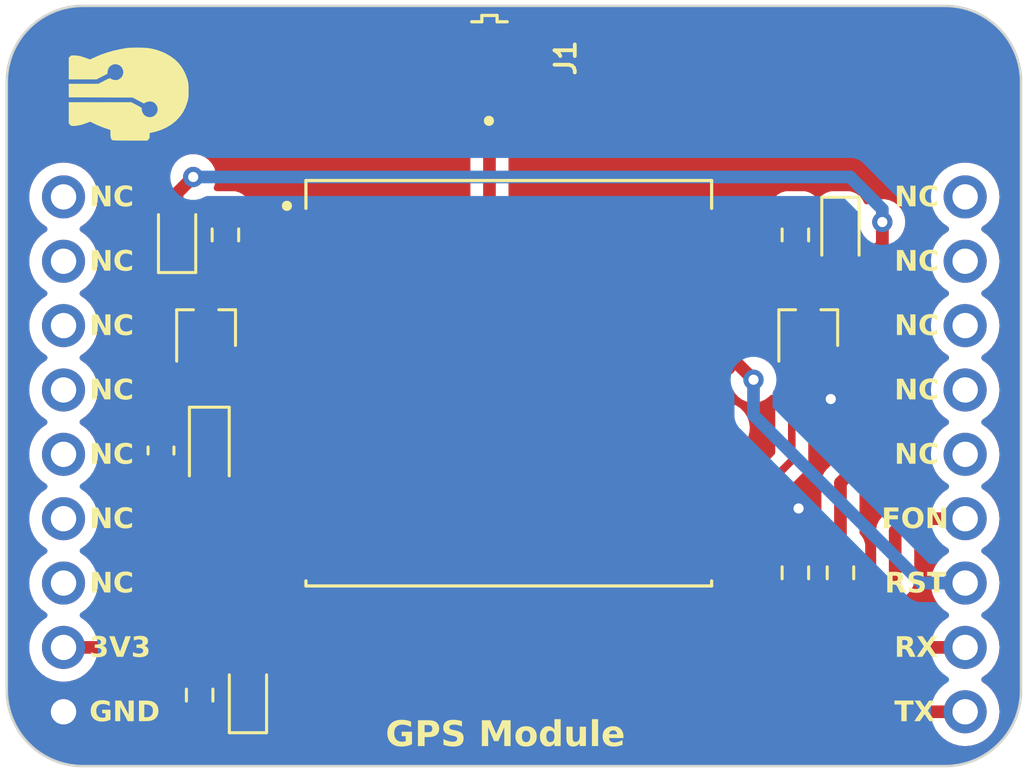
<source format=kicad_pcb>
(kicad_pcb (version 20221018) (generator pcbnew)
  (layers (0 "F.Cu" signal) (31 "B.Cu" signal) (34 "B.Paste" user) (35 "F.Paste" user) (36 "B.SilkS" user "B.Silkscreen") (37 "F.SilkS" user "F.Silkscreen") (38 "B.Mask" user) (39 "F.Mask" user) (44 "Edge.Cuts" user))
  (net 0 "")
  (net 1 "+3V3")
  (net 2 "GND")
  (net 3 "Net-(D1-K)")
  (net 4 "Net-(D2-K)")
  (net 5 "Net-(D3-A)")
  (net 6 "EX_ANT")
  (net 7 "AADET_N")
  (net 8 "Net-(Q1-C)")
  (net 9 "PPS")
  (net 10 "Net-(Q2-C)")
  (net 11 "Net-(U1-FORCE_ON)")
  (net 12 "FORCE_ON")
  (net 13 "RX")
  (net 14 "TX")
  (net 15 "V_BCKP")
  (net 16 "RESET")
  (footprint "Resistor_SMD:R_0603_1608Metric" (layer "F.Cu") (at 89.027 65.659 -90)
    (fp_text reference "R1" hide)
    (fp_text value "1k")
    (fp_line (start -0.237258 -0.5225) (end 0.237258 -0.5225) (stroke (width 0.12)) (layer "F.SilkS"))
    (fp_line (start -0.237258 0.5225) (end 0.237258 0.5225) (stroke (width 0.12)) (layer "F.SilkS"))
    (pad "1" smd roundrect (at -0.825 0 270) (size 0.8 0.95) (layers "F.Cu" "F.Paste" "F.Mask") (net 3 "Net-(D1-K)"))
    (pad "2" smd roundrect (at 0.825 0 270) (size 0.8 0.95) (layers "F.Cu" "F.Paste" "F.Mask") (net 8 "Net-(Q1-C)"))
  )
  (footprint "Resistor_SMD:R_0603_1608Metric" (layer "F.Cu") (at 90.805 78.994 90)
    (fp_text reference "R4" hide)
    (fp_text value "10k")
    (fp_line (start -0.237258 -0.5225) (end 0.237258 -0.5225) (stroke (width 0.12)) (layer "F.SilkS"))
    (fp_line (start -0.237258 0.5225) (end 0.237258 0.5225) (stroke (width 0.12)) (layer "F.SilkS"))
    (pad "1" smd roundrect (at -0.825 0 90) (size 0.8 0.95) (layers "F.Cu" "F.Paste" "F.Mask") (net 12 "FORCE_ON"))
    (pad "2" smd roundrect (at 0.825 0 90) (size 0.8 0.95) (layers "F.Cu" "F.Paste" "F.Mask") (net 1 "+3V3"))
  )
  (footprint "L86:XCVR_L86-M33" (layer "F.Cu") (at 77.724 72.012)
    (fp_text reference "U1" hide)
    (fp_text value "L86-M33" hide)
    (fp_line (start -8 -8.5) (end 8 -8.5) (stroke (width 0.127)) (layer "F.SilkS"))
    (fp_line (start -8 -7.4) (end -8 -8.5) (stroke (width 0.127)) (layer "F.SilkS"))
    (fp_line (start -8 7.3) (end -8 7.5) (stroke (width 0.127)) (layer "F.SilkS"))
    (fp_line (start -8 7.5) (end 8 7.5) (stroke (width 0.127)) (layer "F.SilkS"))
    (fp_line (start 8 -8.5) (end 8 -7.4) (stroke (width 0.127)) (layer "F.SilkS"))
    (fp_line (start 8 7.5) (end 8 7.3) (stroke (width 0.127)) (layer "F.SilkS"))
    (fp_circle (center -8.75 -7.5) (end -8.65 -7.5) (stroke (width 0.2)) (fill none) (layer "F.SilkS"))
    (pad "1" smd oval (at -7.75 -6.35) (size 2.5 1) (layers "F.Cu" "F.Mask") (net 13 "RX"))
    (pad "2" smd oval (at -7.75 -3.81) (size 2.5 1) (layers "F.Cu" "F.Mask") (net 14 "TX"))
    (pad "3" smd oval (at -7.75 -1.27) (size 2.5 1) (layers "F.Cu" "F.Mask") (net 2 "GND"))
    (pad "4" smd oval (at -7.75 1.27) (size 2.5 1) (layers "F.Cu" "F.Mask") (net 1 "+3V3"))
    (pad "5" smd oval (at -7.75 3.81) (size 2.5 1) (layers "F.Cu" "F.Mask") (net 15 "V_BCKP"))
    (pad "6" smd oval (at -7.75 6.35) (size 2.5 1) (layers "F.Cu" "F.Mask") (net 9 "PPS"))
    (pad "7" smd oval (at 7.75 6.35) (size 2.5 1) (layers "F.Cu" "F.Mask") (net 11 "Net-(U1-FORCE_ON)"))
    (pad "8" smd oval (at 7.75 3.81) (size 2.5 1) (layers "F.Cu" "F.Mask") (net 7 "AADET_N"))
    (pad "9" smd oval (at 7.75 1.27) (size 2.5 1) (layers "F.Cu" "F.Mask"))
    (pad "10" smd oval (at 7.75 -1.27) (size 2.5 1) (layers "F.Cu" "F.Mask") (net 16 "RESET"))
    (pad "11" smd oval (at 7.75 -3.81) (size 2.5 1) (layers "F.Cu" "F.Mask") (net 6 "EX_ANT"))
    (pad "12" smd oval (at 7.75 -6.35) (size 2.5 1) (layers "F.Cu" "F.Mask") (net 2 "GND"))
  )
  (footprint "Package_TO_SOT_SMD:SOT-323_SC-70" (layer "F.Cu") (at 65.786 69.342 90)
    (fp_text reference "Q2" hide)
    (fp_text value "DTC143Z")
    (fp_line (start -0.68 1.16) (end 0.73 1.16) (stroke (width 0.12)) (layer "F.SilkS"))
    (fp_line (start 0.73 -1.16) (end -1.3 -1.16) (stroke (width 0.12)) (layer "F.SilkS"))
    (fp_line (start 0.73 -1.16) (end 0.73 -0.5) (stroke (width 0.12)) (layer "F.SilkS"))
    (fp_line (start 0.73 0.5) (end 0.73 1.16) (stroke (width 0.12)) (layer "F.SilkS"))
    (pad "1" smd rect (at -1 -0.65) (size 0.45 0.7) (layers "F.Cu" "F.Paste" "F.Mask") (net 9 "PPS"))
    (pad "2" smd rect (at -1 0.65) (size 0.45 0.7) (layers "F.Cu" "F.Paste" "F.Mask") (net 2 "GND"))
    (pad "3" smd rect (at 1 0) (size 0.45 0.7) (layers "F.Cu" "F.Paste" "F.Mask") (net 10 "Net-(Q2-C)"))
  )
  (footprint "Resistor_SMD:R_0603_1608Metric" (layer "F.Cu") (at 66.548 65.659 90)
    (fp_text reference "R2" hide)
    (fp_text value "1k")
    (fp_line (start -0.237258 -0.5225) (end 0.237258 -0.5225) (stroke (width 0.12)) (layer "F.SilkS"))
    (fp_line (start -0.237258 0.5225) (end 0.237258 0.5225) (stroke (width 0.12)) (layer "F.SilkS"))
    (pad "1" smd roundrect (at -0.825 0 90) (size 0.8 0.95) (layers "F.Cu" "F.Paste" "F.Mask") (net 4 "Net-(D2-K)"))
    (pad "2" smd roundrect (at 0.825 0 90) (size 0.8 0.95) (layers "F.Cu" "F.Paste" "F.Mask") (net 10 "Net-(Q2-C)"))
  )
  (footprint "Resistor_SMD:R_0603_1608Metric" (layer "F.Cu") (at 89.027 78.994 -90)
    (fp_text reference "R3" hide)
    (fp_text value "0r")
    (fp_line (start -0.237258 -0.5225) (end 0.237258 -0.5225) (stroke (width 0.12)) (layer "F.SilkS"))
    (fp_line (start -0.237258 0.5225) (end 0.237258 0.5225) (stroke (width 0.12)) (layer "F.SilkS"))
    (pad "1" smd roundrect (at -0.825 0 270) (size 0.8 0.95) (layers "F.Cu" "F.Paste" "F.Mask") (net 11 "Net-(U1-FORCE_ON)"))
    (pad "2" smd roundrect (at 0.825 0 270) (size 0.8 0.95) (layers "F.Cu" "F.Paste" "F.Mask") (net 12 "FORCE_ON"))
  )
  (footprint "L-KLS1-IPEX-20279-001E-0:L-KLS1-IPEX-20279-001E-0" (layer "F.Cu") (at 76.962 58.547 -90)
    (fp_text reference "J1" (at 0.12855 -3.00313 90) (layer "F.SilkS") (effects (font (size 0.8 0.8) (thickness 0.15) bold)))
    (fp_text value "20279-001E-01")
    (fp_line (start -1.55 -0.3) (end -1.55 0.3) (stroke (width 0.127)) (layer "F.SilkS"))
    (fp_line (start -1.55 0.3) (end -1.3 0.3) (stroke (width 0.127)) (layer "F.SilkS"))
    (fp_line (start -1.3 -0.7) (end -1.3 -0.3) (stroke (width 0.127)) (layer "F.SilkS"))
    (fp_line (start -1.3 -0.3) (end -1.55 -0.3) (stroke (width 0.127)) (layer "F.SilkS"))
    (fp_line (start -1.3 0.3) (end -1.3 0.7) (stroke (width 0.127)) (layer "F.SilkS"))
    (fp_circle (center 2.61 0.02) (end 2.71 0.02) (stroke (width 0.2)) (fill none) (layer "F.SilkS"))
    (pad "1" smd rect (at 1.525 0 270) (size 1.05 1) (layers "F.Cu" "F.Paste" "F.Mask") (net 6 "EX_ANT"))
    (pad "2" smd rect (at 0 -1.475 270) (size 2.2 1.05) (layers "F.Cu" "F.Paste" "F.Mask") (net 2 "GND"))
    (pad "3" smd rect (at 0 1.475 270) (size 2.2 1.05) (layers "F.Cu" "F.Paste" "F.Mask") (net 2 "GND"))
    (zone (net 0) (net_name "") (layer "F.Cu") (connect_pads (clearance 0)) (min_thickness 0.01)
      (keepout (tracks not_allowed) (vias not_allowed) (pads not_allowed) (copperpour not_allowed) (footprints allowed))
      (fill (thermal_gap 0.508) (thermal_bridge_width 0.508))
      (polygon (pts (xy 77.912 57.447) (xy 77.912 59.547) (xy 76.012 59.547) (xy 76.012 57.447)))
    )
  )
  (footprint "Capacitor_SMD:C_0603_1608Metric" (layer "F.Cu") (at 64.008 74.168 -90)
    (fp_text reference "C3" hide)
    (fp_text value "100nF")
    (fp_line (start -0.14058 -0.51) (end 0.14058 -0.51) (stroke (width 0.12)) (layer "F.SilkS"))
    (fp_line (start -0.14058 0.51) (end 0.14058 0.51) (stroke (width 0.12)) (layer "F.SilkS"))
    (pad "1" smd roundrect (at -0.775 0 270) (size 0.9 0.95) (layers "F.Cu" "F.Paste" "F.Mask") (net 1 "+3V3"))
    (pad "2" smd roundrect (at 0.775 0 270) (size 0.9 0.95) (layers "F.Cu" "F.Paste" "F.Mask") (net 2 "GND"))
  )
  (footprint "Moduler_:pin_header" (layer "F.Cu") (at 77.689377 74.82652)
    (fp_text reference "U2" hide)
    (fp_text value "~" hide)
    (fp_text user "GPS Module" (at -4.826 11.176 unlocked) (layer "F.SilkS") (effects (font (thickness 0.2) bold) (justify left bottom)))
    (fp_text user "NC" (at 15.24 -5.08 unlocked) (layer "F.SilkS") (effects (font (size 0.8 0.8) (thickness 0.2) bold) (justify left bottom)))
    (fp_text user "NC" (at -16.51 0 unlocked) (layer "F.SilkS") (effects (font (size 0.8 0.8) (thickness 0.2) bold) (justify left bottom)))
    (fp_text user "NC" (at 15.24 -7.62 unlocked) (layer "F.SilkS") (effects (font (size 0.8 0.8) (thickness 0.2) bold) (justify left bottom)))
    (fp_text user "NC" (at 15.24 0 unlocked) (layer "F.SilkS") (effects (font (size 0.8 0.8) (thickness 0.2) bold) (justify left bottom)))
    (fp_text user "RX" (at 15.24 7.62 unlocked) (layer "F.SilkS") (effects (font (size 0.8 0.8) (thickness 0.2) bold) (justify left bottom)))
    (fp_text user "GND" (at -16.51 10.16 unlocked) (layer "F.SilkS") (effects (font (size 0.8 0.8) (thickness 0.2) bold) (justify left bottom)))
    (fp_text user "NC" (at -16.51 -2.54 unlocked) (layer "F.SilkS") (effects (font (size 0.8 0.8) (thickness 0.2) bold) (justify left bottom)))
    (fp_text user "3V3" (at -16.51 7.62 unlocked) (layer "F.SilkS") (effects (font (size 0.8 0.8) (thickness 0.2) bold) (justify left bottom)))
    (fp_text user "TX" (at 15.24 10.16 unlocked) (layer "F.SilkS") (effects (font (size 0.8 0.8) (thickness 0.2) bold) (justify left bottom)))
    (fp_text user "NC" (at 15.24 -2.54 unlocked) (layer "F.SilkS") (effects (font (size 0.8 0.8) (thickness 0.2) bold) (justify left bottom)))
    (fp_text user "NC" (at -16.51 -7.62 unlocked) (layer "F.SilkS") (effects (font (size 0.8 0.8) (thickness 0.2) bold) (justify left bottom)))
    (fp_text user "NC" (at -16.51 2.54 unlocked) (layer "F.SilkS") (effects (font (size 0.8 0.8) (thickness 0.2) bold) (justify left bottom)))
    (fp_text user "NC" (at -16.51 5.08 unlocked) (layer "F.SilkS") (effects (font (size 0.8 0.8) (thickness 0.2) bold) (justify left bottom)))
    (fp_text user "NC" (at -16.51 -10.16 unlocked) (layer "F.SilkS") (effects (font (size 0.8 0.8) (thickness 0.2) bold) (justify left bottom)))
    (fp_text user "FON" (at 14.732 2.54 unlocked) (layer "F.SilkS") (effects (font (size 0.8 0.8) (thickness 0.2) bold) (justify left bottom)))
    (fp_text user "NC" (at -16.51 -5.08 unlocked) (layer "F.SilkS") (effects (font (size 0.8 0.8) (thickness 0.2) bold) (justify left bottom)))
    (fp_text user "NC" (at 15.24 -10.16 unlocked) (layer "F.SilkS") (effects (font (size 0.8 0.8) (thickness 0.2) bold) (justify left bottom)))
    (fp_text user "RST" (at 14.859 5.08 unlocked) (layer "F.SilkS") (effects (font (size 0.8 0.8) (thickness 0.2) bold) (justify left bottom)))
    (fp_poly (pts (xy -14.485582 -16.559009) (xy -14.360573 -16.554745) (xy -14.248636 -16.54798) (xy -14.157002 -16.538775) (xy -14.117924 -16.532703) (xy -13.929469 -16.491549) (xy -13.759531 -16.440533) (xy -13.595569 -16.375574) (xy -13.505604 -16.333511) (xy -13.302009 -16.218091) (xy -13.123321 -16.083397) (xy -12.969118 -15.928915) (xy -12.838978 -15.754131) (xy -12.73248 -15.558531) (xy -12.6492 -15.3416) (xy -12.625721 -15.261504) (xy -12.612959 -15.20932) (xy -12.603846 -15.156964) (xy -12.597806 -15.097579) (xy -12.594264 -15.024306) (xy -12.592645 -14.930288) (xy -12.59236 -14.863654) (xy -12.592671 -14.758539) (xy -12.594379 -14.67766) (xy -12.598173 -14.613669) (xy -12.604739 -14.559219) (xy -12.614766 -14.506962) (xy -12.628942 -14.449549) (xy -12.632287 -14.43698) (xy -12.705714 -14.221543) (xy -12.805363 -14.022972) (xy -12.930147 -13.842253) (xy -13.078978 -13.68037) (xy -13.250768 -13.538308) (xy -13.444431 -13.417053) (xy -13.658878 -13.317589) (xy -13.893022 -13.240901) (xy -13.975535 -13.220506) (xy -14.129547 -13.185381) (xy -14.129547 -13.083439) (xy -14.131087 -13.025365) (xy -14.138019 -12.987709) (xy -14.153807 -12.959356) (xy -14.17572 -12.935324) (xy -14.221893 -12.889151) (xy -14.898388 -12.889632) (xy -15.093554 -12.890179) (xy -15.257188 -12.891522) (xy -15.389336 -12.893662) (xy -15.490047 -12.896601) (xy -15.559371 -12.900339) (xy -15.597354 -12.904877) (xy -15.604006 -12.907041) (xy -15.639705 -12.944721) (xy -15.663541 -13.009816) (xy -15.675744 -13.103144) (xy -15.677582 -13.169023) (xy -15.677607 -13.307746) (xy -15.877323 -13.375342) (xy -15.973613 -13.410249) (xy -16.083694 -13.453796) (xy -16.193274 -13.500154) (xy -16.27912 -13.539209) (xy -16.481202 -13.63548) (xy -16.625058 -13.577237) (xy -16.814264 -13.51298) (xy -16.995657 -13.477073) (xy -17.112214 -13.468483) (xy -17.172568 -13.467793) (xy -17.210949 -13.471228) (xy -17.236949 -13.481681) (xy -17.260163 -13.502045) (xy -17.274123 -13.517292) (xy -17.320343 -13.568879) (xy -17.320343 -13.987224) (xy -17.320343 -14.405569) (xy -16.086926 -14.405569) (xy -14.85351 -14.405569) (xy -14.643801 -14.294889) (xy -14.56284 -14.251731) (xy -14.506066 -14.219928) (xy -14.469493 -14.196546) (xy -14.449134 -14.178651) (xy -14.441003 -14.163308) (xy -14.441111 -14.147581) (xy -14.441413 -14.14592) (xy -14.43976 -14.092795) (xy -14.421236 -14.027967) (xy -14.3904 -13.962942) (xy -14.35181 -13.909228) (xy -14.344762 -13.902005) (xy -14.296227 -13.865834) (xy -14.236644 -13.835404) (xy -14.214799 -13.827587) (xy -14.121045 -13.813694) (xy -14.033382 -13.827179) (xy -13.955509 -13.863953) (xy -13.891126 -13.919926) (xy -13.843932 -13.991011) (xy -13.817627 -14.073118) (xy -13.815911 -14.162158) (xy -13.838074 -14.243952) (xy -13.888707 -14.328311) (xy -13.95777 -14.389514) (xy -14.040589 -14.425955) (xy -14.132494 -14.436027) (xy -14.228811 -14.418125) (xy -14.281052 -14.396241) (xy -14.36193 -14.355321) (xy -14.581404 -14.471272) (xy -14.800878 -14.587224) (xy -16.06061 -14.591538) (xy -17.320343 -14.595853) (xy -17.320343 -14.86402) (xy -17.320343 -15.132186) (xy -16.736108 -15.132186) (xy -16.151873 -15.132186) (xy -15.92364 -15.25081) (xy -15.825628 -15.300328) (xy -15.752835 -15.333929) (xy -15.705794 -15.351385) (xy -15.685044 -15.352471) (xy -15.684533 -15.351839) (xy -15.664369 -15.334981) (xy -15.626413 -15.313259) (xy -15.608475 -15.304645) (xy -15.517344 -15.278515) (xy -15.42868 -15.280387) (xy -15.34665 -15.306716) (xy -15.27542 -15.353956) (xy -15.219157 -15.418565) (xy -15.182028 -15.496995) (xy -15.1682 -15.585704) (xy -15.178799 -15.670169) (xy -15.216089 -15.756834) (xy -15.2752 -15.826154) (xy -15.350432 -15.875231) (xy -15.436087 -15.901168) (xy -15.526465 -15.901066) (xy -15.594919 -15.881743) (xy -15.679764 -15.831605) (xy -15.7402 -15.761879) (xy -15.776844 -15.671686) (xy -15.787538 -15.6087) (xy -15.796027 -15.524455) (xy -16.008245 -15.415199) (xy -16.220463 -15.305942) (xy -16.770403 -15.305942) (xy -17.320343 -15.305942) (xy -17.320343 -15.73365) (xy -17.320343 -16.161358) (xy -17.27417 -16.207531) (xy -17.247441 -16.231634) (xy -17.221044 -16.24546) (xy -17.185152 -16.251797) (xy -17.129936 -16.253429) (xy -17.112261 -16.253429) (xy -16.965134 -16.242789) (xy -16.813828 -16.210492) (xy -16.650907 -16.15493) (xy -16.643254 -16.151886) (xy -16.580147 -16.127507) (xy -16.526736 -16.108472) (xy -16.490695 -16.097439) (xy -16.481152 -16.095743) (xy -16.459332 -16.102404) (xy -16.415439 -16.120594) (xy -16.35561 -16.147624) (xy -16.285983 -16.180807) (xy -16.277762 -16.184828) (xy -16.053998 -16.282606) (xy -15.80365 -16.369931) (xy -15.530295 -16.445763) (xy -15.237504 -16.509065) (xy -15.053614 -16.540657) (xy -14.971712 -16.549822) (xy -14.866727 -16.556178) (xy -14.74589 -16.559787) (xy -14.616431 -16.56071)) (fill solid) (layer "F.SilkS"))
    (fp_poly (pts (xy -19.759475 -15.361112) (xy -19.747896 -15.5134) (xy -19.728827 -15.663474) (xy -19.702457 -15.811146) (xy -19.668975 -15.956226) (xy -19.628568 -16.098527) (xy -19.581426 -16.23786) (xy -19.527736 -16.374037) (xy -19.467687 -16.506869) (xy -19.401468 -16.636168) (xy -19.329267 -16.761745) (xy -19.251272 -16.883413) (xy -19.167671 -17.000982) (xy -19.078654 -17.114264) (xy -18.984408 -17.223072) (xy -18.885122 -17.327215) (xy -18.780984 -17.426507) (xy -18.672182 -17.520758) (xy -18.558906 -17.609781) (xy -18.441343 -17.693386) (xy -18.319683 -17.771386) (xy -18.194112 -17.843591) (xy -18.06482 -17.909814) (xy -17.931995 -17.969866) (xy -17.795826 -18.023559) (xy -17.6565 -18.070704) (xy -17.514207 -18.111113) (xy -17.369134 -18.144597) (xy -17.221471 -18.170968) (xy -17.071405 -18.190038) (xy -16.919125 -18.201619) (xy -16.764819 -18.20552) (xy 17.238832 -18.20552) (xy 17.393137 -18.201619) (xy 17.545417 -18.190038) (xy 17.695483 -18.170968) (xy 17.843146 -18.144597) (xy 17.988219 -18.111113) (xy 18.130512 -18.070704) (xy 18.269837 -18.023559) (xy 18.406006 -17.969866) (xy 18.538831 -17.909814) (xy 18.668123 -17.843591) (xy 18.793694 -17.771386) (xy 18.915355 -17.693386) (xy 19.032917 -17.609781) (xy 19.146194 -17.520758) (xy 19.254995 -17.426507) (xy 19.359133 -17.327215) (xy 19.458419 -17.223072) (xy 19.552665 -17.114264) (xy 19.641683 -17.000982) (xy 19.725284 -16.883413) (xy 19.803279 -16.761745) (xy 19.87548 -16.636168) (xy 19.9417 -16.506869) (xy 20.001748 -16.374037) (xy 20.055438 -16.23786) (xy 20.102581 -16.098527) (xy 20.142987 -15.956226) (xy 20.17647 -15.811146) (xy 20.20284 -15.663474) (xy 20.221909 -15.5134) (xy 20.233488 -15.361112) (xy 20.23739 -15.206798) (xy 20.23739 8.797094) (xy 20.233488 8.951408) (xy 20.221909 9.103696) (xy 20.20284 9.25377) (xy 20.17647 9.401441) (xy 20.142987 9.546522) (xy 20.102581 9.688822) (xy 20.055438 9.828155) (xy 20.001748 9.964332) (xy 19.9417 10.097164) (xy 19.87548 10.226463) (xy 19.803279 10.352041) (xy 19.725284 10.473708) (xy 19.641683 10.591278) (xy 19.552665 10.70456) (xy 19.458419 10.813367) (xy 19.359133 10.917511) (xy 19.254995 11.016803) (xy 19.146194 11.111054) (xy 19.032917 11.200077) (xy 18.915355 11.283682) (xy 18.793694 11.361681) (xy 18.668123 11.433887) (xy 18.538831 11.50011) (xy 18.406006 11.560162) (xy 18.269837 11.613855) (xy 18.130512 11.661) (xy 17.988219 11.701409) (xy 17.843146 11.734893) (xy 17.695483 11.761265) (xy 17.545417 11.780334) (xy 17.393137 11.791915) (xy 17.238832 11.795817) (xy -16.764819 11.795817) (xy -16.919125 11.791915) (xy -17.071405 11.780334) (xy -17.221471 11.761265) (xy -17.369134 11.734893) (xy -17.514207 11.701409) (xy -17.6565 11.661) (xy -17.795826 11.613855) (xy -17.931995 11.560162) (xy -18.06482 11.50011) (xy -18.194112 11.433887) (xy -18.319683 11.361681) (xy -18.441343 11.283682) (xy -18.558906 11.200077) (xy -18.672182 11.111054) (xy -18.780984 11.016803) (xy -18.885122 10.917511) (xy -18.984408 10.813367) (xy -19.078654 10.70456) (xy -19.167671 10.591278) (xy -19.251272 10.473708) (xy -19.329267 10.352041) (xy -19.401468 10.226463) (xy -19.467687 10.097164) (xy -19.527736 9.964332) (xy -19.581426 9.828155) (xy -19.628568 9.688822) (xy -19.668975 9.546522) (xy -19.702457 9.401441) (xy -19.728827 9.25377) (xy -19.747896 9.103696) (xy -19.759475 8.951408) (xy -19.763377 8.797094) (xy -19.763377 -15.206798)) (stroke (width 0.1)) (fill none) (layer "Edge.Cuts"))
    (pad "1" thru_hole oval (at -17.526 -10.668) (size 1.7 1.7) (drill 1) (layers "*.Cu" "*.Mask"))
    (pad "2" thru_hole oval (at -17.526 -8.128) (size 1.7 1.7) (drill 1) (layers "*.Cu" "*.Mask"))
    (pad "3" thru_hole oval (at -17.526 -5.588) (size 1.7 1.7) (drill 1) (layers "*.Cu" "*.Mask"))
    (pad "4" thru_hole oval (at -17.526 -3.048) (size 1.7 1.7) (drill 1) (layers "*.Cu" "*.Mask"))
    (pad "5" thru_hole oval (at -17.526 -0.508) (size 1.7 1.7) (drill 1) (layers "*.Cu" "*.Mask"))
    (pad "6" thru_hole oval (at -17.526 2.032) (size 1.7 1.7) (drill 1) (layers "*.Cu" "*.Mask"))
    (pad "7" thru_hole oval (at -17.526 4.572) (size 1.7 1.7) (drill 1) (layers "*.Cu" "*.Mask"))
    (pad "8" thru_hole oval (at -17.526 7.112) (size 1.7 1.7) (drill 1) (layers "*.Cu" "*.Mask") (net 1 "+3V3"))
    (pad "9" thru_hole oval (at -17.526 9.652) (size 1.7 1.7) (drill 1) (layers "*.Cu" "*.Mask") (net 2 "GND"))
    (pad "10" thru_hole oval (at 18.034 9.652) (size 1.7 1.7) (drill 1) (layers "*.Cu" "*.Mask") (net 14 "TX"))
    (pad "11" thru_hole oval (at 18.034 7.112) (size 1.7 1.7) (drill 1) (layers "*.Cu" "*.Mask") (net 13 "RX"))
    (pad "12" thru_hole oval (at 18.034 4.572) (size 1.7 1.7) (drill 1) (layers "*.Cu" "*.Mask") (net 16 "RESET"))
    (pad "13" thru_hole oval (at 18.034 2.032) (size 1.7 1.7) (drill 1) (layers "*.Cu" "*.Mask") (net 12 "FORCE_ON"))
    (pad "14" thru_hole oval (at 18.034 -0.508) (size 1.7 1.7) (drill 1) (layers "*.Cu" "*.Mask"))
    (pad "15" thru_hole oval (at 18.034 -3.048) (size 1.7 1.7) (drill 1) (layers "*.Cu" "*.Mask"))
    (pad "16" thru_hole oval (at 18.034 -5.588) (size 1.7 1.7) (drill 1) (layers "*.Cu" "*.Mask"))
    (pad "17" thru_hole oval (at 18.034 -8.128) (size 1.7 1.7) (drill 1) (layers "*.Cu" "*.Mask"))
    (pad "18" thru_hole oval (at 18.034 -10.668) (size 1.7 1.7) (drill 1) (layers "*.Cu" "*.Mask"))
  )
  (footprint "Capacitor_Tantalum_SMD:CP_EIA-2012-12_Kemet-R" (layer "F.Cu") (at 65.913 74.168 -90)
    (fp_text reference "C2" hide)
    (fp_text value "10uF")
    (fp_line (start -1.71 -0.785) (end -1.71 0.785) (stroke (width 0.12)) (layer "F.SilkS"))
    (fp_line (start -1.71 0.785) (end 1 0.785) (stroke (width 0.12)) (layer "F.SilkS"))
    (fp_line (start 1 -0.785) (end -1.71 -0.785) (stroke (width 0.12)) (layer "F.SilkS"))
    (pad "1" smd roundrect (at -0.8875 0 270) (size 1.125 1.05) (layers "F.Cu" "F.Paste" "F.Mask") (roundrect_rratio 0.238095) (net 1 "+3V3"))
    (pad "2" smd roundrect (at 0.8875 0 270) (size 1.125 1.05) (layers "F.Cu" "F.Paste" "F.Mask") (roundrect_rratio 0.238095) (net 2 "GND"))
  )
  (footprint "Package_TO_SOT_SMD:SOT-323_SC-70" (layer "F.Cu") (at 89.535 69.342 90)
    (fp_text reference "Q1" hide)
    (fp_text value "DTC143Z")
    (fp_line (start -0.68 1.16) (end 0.73 1.16) (stroke (width 0.12)) (layer "F.SilkS"))
    (fp_line (start 0.73 -1.16) (end -1.3 -1.16) (stroke (width 0.12)) (layer "F.SilkS"))
    (fp_line (start 0.73 -1.16) (end 0.73 -0.5) (stroke (width 0.12)) (layer "F.SilkS"))
    (fp_line (start 0.73 0.5) (end 0.73 1.16) (stroke (width 0.12)) (layer "F.SilkS"))
    (pad "1" smd rect (at -1 -0.65) (size 0.45 0.7) (layers "F.Cu" "F.Paste" "F.Mask") (net 7 "AADET_N"))
    (pad "2" smd rect (at -1 0.65) (size 0.45 0.7) (layers "F.Cu" "F.Paste" "F.Mask") (net 2 "GND"))
    (pad "3" smd rect (at 1 0) (size 0.45 0.7) (layers "F.Cu" "F.Paste" "F.Mask") (net 8 "Net-(Q1-C)"))
  )
  (footprint "LED_SMD:LED_0603_1608Metric" (layer "F.Cu") (at 90.805 65.659 -90)
    (fp_text reference "D1" hide)
    (fp_text value "LED")
    (fp_line (start -1.485 -0.735) (end -1.485 0.735) (stroke (width 0.12)) (layer "F.SilkS"))
    (fp_line (start -1.485 0.735) (end 0.8 0.735) (stroke (width 0.12)) (layer "F.SilkS"))
    (fp_line (start 0.8 -0.735) (end -1.485 -0.735) (stroke (width 0.12)) (layer "F.SilkS"))
    (pad "1" smd roundrect (at -0.7875 0 270) (size 0.875 0.95) (layers "F.Cu" "F.Paste" "F.Mask") (net 3 "Net-(D1-K)"))
    (pad "2" smd roundrect (at 0.7875 0 270) (size 0.875 0.95) (layers "F.Cu" "F.Paste" "F.Mask") (net 1 "+3V3"))
  )
  (footprint "LED_SMD:LED_0603_1608Metric" (layer "F.Cu") (at 64.643 65.659 90)
    (fp_text reference "D2" hide)
    (fp_text value "LED")
    (fp_line (start -1.485 -0.735) (end -1.485 0.735) (stroke (width 0.12)) (layer "F.SilkS"))
    (fp_line (start -1.485 0.735) (end 0.8 0.735) (stroke (width 0.12)) (layer "F.SilkS"))
    (fp_line (start 0.8 -0.735) (end -1.485 -0.735) (stroke (width 0.12)) (layer "F.SilkS"))
    (pad "1" smd roundrect (at -0.7875 0 90) (size 0.875 0.95) (layers "F.Cu" "F.Paste" "F.Mask") (net 4 "Net-(D2-K)"))
    (pad "2" smd roundrect (at 0.7875 0 90) (size 0.875 0.95) (layers "F.Cu" "F.Paste" "F.Mask") (net 1 "+3V3"))
  )
  (footprint "LED_SMD:LED_0603_1608Metric" (layer "F.Cu") (at 67.437 83.82 90)
    (fp_text reference "D3" hide)
    (fp_text value "LED")
    (fp_line (start -1.485 -0.735) (end -1.485 0.735) (stroke (width 0.12)) (layer "F.SilkS"))
    (fp_line (start -1.485 0.735) (end 0.8 0.735) (stroke (width 0.12)) (layer "F.SilkS"))
    (fp_line (start 0.8 -0.735) (end -1.485 -0.735) (stroke (width 0.12)) (layer "F.SilkS"))
    (pad "1" smd roundrect (at -0.7875 0 90) (size 0.875 0.95) (layers "F.Cu" "F.Paste" "F.Mask") (net 2 "GND"))
    (pad "2" smd roundrect (at 0.7875 0 90) (size 0.875 0.95) (layers "F.Cu" "F.Paste" "F.Mask") (net 5 "Net-(D3-A)"))
  )
  (footprint "Resistor_SMD:R_0603_1608Metric" (layer "F.Cu") (at 65.532 83.82 -90)
    (fp_text reference "R5" hide)
    (fp_text value "470r")
    (fp_line (start -0.237258 -0.5225) (end 0.237258 -0.5225) (stroke (width 0.12)) (layer "F.SilkS"))
    (fp_line (start -0.237258 0.5225) (end 0.237258 0.5225) (stroke (width 0.12)) (layer "F.SilkS"))
    (pad "1" smd roundrect (at -0.825 0 270) (size 0.8 0.95) (layers "F.Cu" "F.Paste" "F.Mask") (net 5 "Net-(D3-A)"))
    (pad "2" smd roundrect (at 0.825 0 270) (size 0.8 0.95) (layers "F.Cu" "F.Paste" "F.Mask") (net 1 "+3V3"))
  )
  (segment (start 63.246 65.278) (end 63.6525 64.8715) (width 0.5) (layer "F.Cu") (net 1))
  (segment (start 62.12652 81.93852) (end 62.357 82.169) (width 0.5) (layer "F.Cu") (net 1))
  (segment (start 64.008 73.393) (end 65.8005 73.393) (width 0.5) (layer "F.Cu") (net 1))
  (segment (start 90.805 75.438) (end 90.805 78.169) (width 0.5) (layer "F.Cu") (net 1))
  (segment (start 64.643 64.008) (end 65.278 63.373) (width 0.5) (layer "F.Cu") (net 1))
  (segment (start 63.6525 64.8715) (end 64.643 64.8715) (width 0.5) (layer "F.Cu") (net 1))
  (segment (start 92.456 65.151) (end 92.456 73.787) (width 0.5) (layer "F.Cu") (net 1))
  (segment (start 62.357 74.422) (end 62.357 82.296) (width 0.5) (layer "F.Cu") (net 1))
  (segment (start 64.706 84.645) (end 65.532 84.645) (width 0.5) (layer "F.Cu") (net 1))
  (segment (start 92.0495 66.4465) (end 90.805 66.4465) (width 0.5) (layer "F.Cu") (net 1))
  (segment (start 60.163377 81.93852) (end 62.12652 81.93852) (width 0.5) (layer "F.Cu") (net 1))
  (segment (start 64.008 73.393) (end 63.386 73.393) (width 0.5) (layer "F.Cu") (net 1))
  (segment (start 64.008 72.009) (end 63.246 71.247) (width 0.5) (layer "F.Cu") (net 1))
  (segment (start 92.456 65.151) (end 92.456 66.04) (width 0.5) (layer "F.Cu") (net 1))
  (segment (start 63.386 73.393) (end 62.357 74.422) (width 0.5) (layer "F.Cu") (net 1))
  (segment (start 92.456 66.04) (end 92.0495 66.4465) (width 0.5) (layer "F.Cu") (net 1))
  (segment (start 64.643 64.8715) (end 64.643 64.008) (width 0.5) (layer "F.Cu") (net 1))
  (segment (start 65.8005 73.393) (end 65.913 73.2805) (width 0.5) (layer "F.Cu") (net 1))
  (segment (start 92.456 73.787) (end 90.805 75.438) (width 0.5) (layer "F.Cu") (net 1))
  (segment (start 64.008 73.393) (end 64.008 72.009) (width 0.5) (layer "F.Cu") (net 1))
  (segment (start 69.974 73.282) (end 65.9145 73.282) (width 0.5) (layer "F.Cu") (net 1))
  (segment (start 63.246 71.247) (end 63.246 65.278) (width 0.5) (layer "F.Cu") (net 1))
  (segment (start 65.9145 73.282) (end 65.913 73.2805) (width 0.5) (layer "F.Cu") (net 1))
  (segment (start 62.357 82.296) (end 64.706 84.645) (width 0.5) (layer "F.Cu") (net 1))
  (via (at 92.456 65.151) (size 0.8) (drill 0.4) (layers "F.Cu" "B.Cu") (net 1))
  (via (at 65.278 63.373) (size 0.8) (drill 0.4) (layers "F.Cu" "B.Cu") (net 1))
  (segment (start 92.456 65.151) (end 92.456 64.643) (width 0.5) (layer "B.Cu") (net 1))
  (segment (start 92.456 64.643) (end 91.186 63.373) (width 0.5) (layer "B.Cu") (net 1))
  (segment (start 91.186 63.373) (end 65.278 63.373) (width 0.5) (layer "B.Cu") (net 1))
  (via (at 90.424 72.136) (size 0.8) (drill 0.4) (layers "F.Cu" "B.Cu") (net 2))
  (via (at 89.154 76.454) (size 0.8) (drill 0.4) (layers "F.Cu" "B.Cu") (net 2))
  (segment (start 90.805 64.834) (end 90.7675 64.8715) (width 0.3) (layer "F.Cu") (net 3))
  (segment (start 90.7675 64.8715) (end 88.9 64.8715) (width 0.3) (layer "F.Cu") (net 3))
  (segment (start 66.5105 66.4465) (end 66.548 66.484) (width 0.3) (layer "F.Cu") (net 4))
  (segment (start 64.643 66.4465) (end 66.5105 66.4465) (width 0.3) (layer "F.Cu") (net 4))
  (segment (start 65.532 82.995) (end 67.3995 82.995) (width 0.5) (layer "F.Cu") (net 5))
  (segment (start 67.3995 82.995) (end 67.437 83.0325) (width 0.5) (layer "F.Cu") (net 5))
  (segment (start 80.521 68.202) (end 85.474 68.202) (width 0.5) (layer "F.Cu") (net 6))
  (segment (start 76.962 60.072) (end 76.962 64.643) (width 0.5) (layer "F.Cu") (net 6))
  (segment (start 76.962 64.643) (end 80.521 68.202) (width 0.5) (layer "F.Cu") (net 6))
  (segment (start 88.885 74.564) (end 87.627 75.822) (width 0.3) (layer "F.Cu") (net 7))
  (segment (start 88.885 70.342) (end 88.885 74.564) (width 0.3) (layer "F.Cu") (net 7))
  (segment (start 87.627 75.822) (end 85.474 75.822) (width 0.3) (layer "F.Cu") (net 7))
  (segment (start 89.535 68.342) (end 89.535 67.691) (width 0.3) (layer "F.Cu") (net 8))
  (segment (start 89.535 67.691) (end 89.027 67.183) (width 0.3) (layer "F.Cu") (net 8))
  (segment (start 89.027 67.183) (end 89.027 66.484) (width 0.3) (layer "F.Cu") (net 8))
  (segment (start 71.12 71.882) (end 72.009 72.771) (width 0.3) (layer "F.Cu") (net 9))
  (segment (start 65.913 71.882) (end 71.12 71.882) (width 0.3) (layer "F.Cu") (net 9))
  (segment (start 72.009 72.771) (end 72.009 77.724) (width 0.3) (layer "F.Cu") (net 9))
  (segment (start 65.136 70.342) (end 65.136 71.105) (width 0.3) (layer "F.Cu") (net 9))
  (segment (start 72.009 77.724) (end 71.371 78.362) (width 0.3) (layer "F.Cu") (net 9))
  (segment (start 65.136 71.105) (end 65.913 71.882) (width 0.3) (layer "F.Cu") (net 9))
  (segment (start 71.371 78.362) (end 69.974 78.362) (width 0.3) (layer "F.Cu") (net 9))
  (segment (start 67.691 65.278) (end 67.691 67.945) (width 0.3) (layer "F.Cu") (net 10))
  (segment (start 67.247 64.834) (end 67.691 65.278) (width 0.3) (layer "F.Cu") (net 10))
  (segment (start 67.691 67.945) (end 67.294 68.342) (width 0.3) (layer "F.Cu") (net 10))
  (segment (start 67.294 68.342) (end 65.786 68.342) (width 0.3) (layer "F.Cu") (net 10))
  (segment (start 66.548 64.834) (end 67.247 64.834) (width 0.3) (layer "F.Cu") (net 10))
  (segment (start 87.754 78.362) (end 87.947 78.169) (width 0.5) (layer "F.Cu") (net 11))
  (segment (start 85.474 78.362) (end 87.754 78.362) (width 0.5) (layer "F.Cu") (net 11))
  (segment (start 87.947 78.169) (end 89.027 78.169) (width 0.5) (layer "F.Cu") (net 11))
  (segment (start 92.393 79.819) (end 92.964 79.248) (width 0.5) (layer "F.Cu") (net 12))
  (segment (start 92.964 79.248) (end 92.964 77.343) (width 0.5) (layer "F.Cu") (net 12))
  (segment (start 89.027 79.819) (end 90.805 79.819) (width 0.5) (layer "F.Cu") (net 12))
  (segment (start 93.44848 76.85852) (end 95.723377 76.85852) (width 0.5) (layer "F.Cu") (net 12))
  (segment (start 90.805 79.819) (end 92.393 79.819) (width 0.5) (layer "F.Cu") (net 12))
  (segment (start 92.964 77.343) (end 93.44848 76.85852) (width 0.5) (layer "F.Cu") (net 12))
  (segment (start 75.438 72.898) (end 84.47852 81.93852) (width 0.5) (layer "F.Cu") (net 13))
  (segment (start 75.438 69.088) (end 75.438 72.898) (width 0.5) (layer "F.Cu") (net 13))
  (segment (start 69.974 65.662) (end 72.012 65.662) (width 0.5) (layer "F.Cu") (net 13))
  (segment (start 72.012 65.662) (end 75.438 69.088) (width 0.5) (layer "F.Cu") (net 13))
  (segment (start 84.47852 81.93852) (end 95.723377 81.93852) (width 0.5) (layer "F.Cu") (net 13))
  (segment (start 73.155 68.202) (end 74.549 69.596) (width 0.5) (layer "F.Cu") (net 14))
  (segment (start 85.74852 84.47852) (end 95.723377 84.47852) (width 0.5) (layer "F.Cu") (net 14))
  (segment (start 74.549 73.279) (end 85.74852 84.47852) (width 0.5) (layer "F.Cu") (net 14))
  (segment (start 74.549 69.596) (end 74.549 73.279) (width 0.5) (layer "F.Cu") (net 14))
  (segment (start 69.974 68.202) (end 73.155 68.202) (width 0.5) (layer "F.Cu") (net 14))
  (segment (start 85.474 70.742) (end 86.744 70.742) (width 0.5) (layer "F.Cu") (net 16))
  (segment (start 86.744 70.742) (end 87.376 71.374) (width 0.5) (layer "F.Cu") (net 16))
  (via (at 87.376 71.374) (size 0.8) (drill 0.4) (layers "F.Cu" "B.Cu") (net 16))
  (segment (start 87.376 71.374) (end 87.376 72.771) (width 0.5) (layer "B.Cu") (net 16))
  (segment (start 94.00352 79.39852) (end 95.723377 79.39852) (width 0.5) (layer "B.Cu") (net 16))
  (segment (start 87.376 72.771) (end 94.00352 79.39852) (width 0.5) (layer "B.Cu") (net 16))
  (zone (net 2) (net_name "GND") (layers "F&B.Cu") (connect_pads yes (clearance 0.5)) (min_thickness 0.25) (fill yes (thermal_gap 0.5) (thermal_bridge_width 0.5))
    (polygon (pts (xy 57.658 56.388) (xy 98.044 56.388) (xy 98.044 86.741) (xy 57.658 86.741)))
  )
)
</source>
